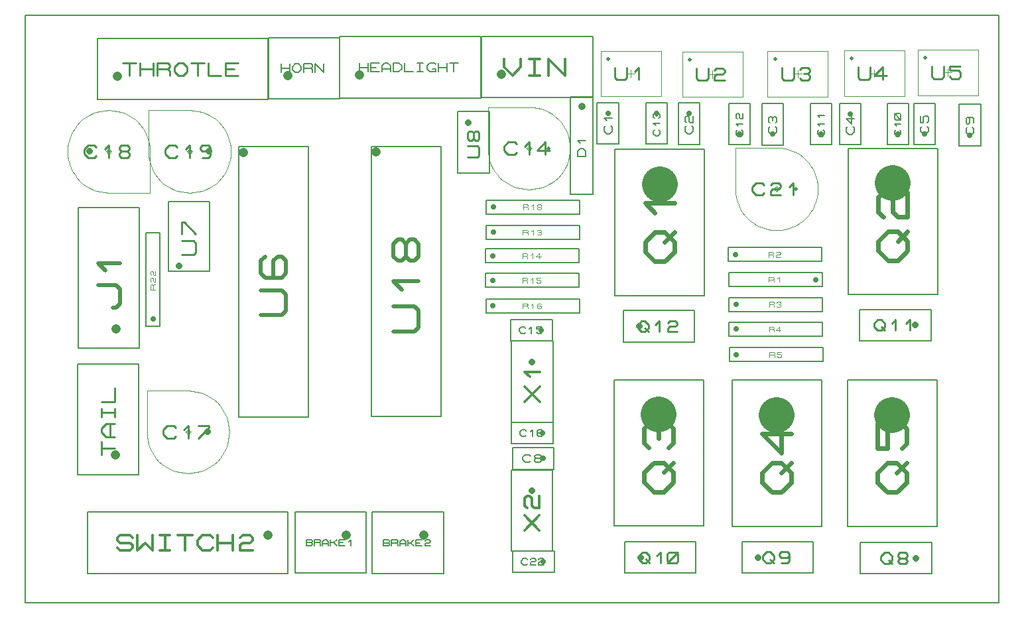
<source format=gbr>
G04 PROTEUS GERBER X2 FILE*
%TF.GenerationSoftware,Labcenter,Proteus,8.9-SP0-Build27865*%
%TF.CreationDate,2020-10-13T12:24:17+00:00*%
%TF.FileFunction,AssemblyDrawing,Top*%
%TF.FilePolarity,Positive*%
%TF.Part,Single*%
%TF.SameCoordinates,{eb038a7c-90c0-4424-89c4-d0a3f05e8ce7}*%
%FSLAX45Y45*%
%MOMM*%
G01*
%TA.AperFunction,Profile*%
%ADD23C,0.203200*%
%TA.AperFunction,Material*%
%ADD25C,0.203200*%
%ADD44C,1.219200*%
%ADD45C,0.272410*%
%ADD46C,0.179830*%
%ADD47C,0.181860*%
%ADD48C,0.320040*%
%ADD49C,0.129900*%
%ADD50C,0.283460*%
%ADD51C,0.050000*%
%ADD52C,0.548640*%
%ADD53C,0.258330*%
%ADD54C,4.572000*%
%ADD55C,0.622300*%
%ADD56C,0.512000*%
%ADD57C,0.263750*%
%ADD58C,0.711200*%
%ADD59C,0.164590*%
%ADD60C,0.812800*%
%ADD61C,0.227330*%
%ADD62C,0.240790*%
%ADD63C,0.106680*%
%ADD64C,0.132080*%
%ADD65C,1.143000*%
%ADD66C,0.533400*%
%ADD67C,0.316990*%
%ADD68C,0.296330*%
%ADD69C,0.354330*%
%ADD74C,0.914400*%
%ADD75C,0.172210*%
%ADD76C,0.469390*%
%TD.AperFunction*%
D23*
X-7503160Y+607060D02*
X+4927600Y+607060D01*
X+4927600Y+8105140D01*
X-7503160Y+8105140D01*
X-7503160Y+607060D01*
D25*
X-6581140Y+7025640D02*
X-4401820Y+7025640D01*
X-4401820Y+7807960D01*
X-6581140Y+7807960D01*
X-6581140Y+7025640D01*
D44*
X-6329680Y+7322820D02*
X-6329680Y+7322820D01*
D45*
X-6254242Y+7498525D02*
X-6090793Y+7498525D01*
X-6172518Y+7498525D02*
X-6172518Y+7335076D01*
X-6036310Y+7335076D02*
X-6036310Y+7498525D01*
X-5872861Y+7498525D02*
X-5872861Y+7335076D01*
X-6036310Y+7416800D02*
X-5872861Y+7416800D01*
X-5818378Y+7335076D02*
X-5818378Y+7498525D01*
X-5682171Y+7498525D01*
X-5654929Y+7471283D01*
X-5654929Y+7444042D01*
X-5682171Y+7416800D01*
X-5818378Y+7416800D01*
X-5682171Y+7416800D02*
X-5654929Y+7389559D01*
X-5654929Y+7335076D01*
X-5600446Y+7444042D02*
X-5545963Y+7498525D01*
X-5491480Y+7498525D01*
X-5436997Y+7444042D01*
X-5436997Y+7389559D01*
X-5491480Y+7335076D01*
X-5545963Y+7335076D01*
X-5600446Y+7389559D01*
X-5600446Y+7444042D01*
X-5382514Y+7498525D02*
X-5219065Y+7498525D01*
X-5300790Y+7498525D02*
X-5300790Y+7335076D01*
X-5164582Y+7498525D02*
X-5164582Y+7335076D01*
X-5001133Y+7335076D01*
X-4783201Y+7335076D02*
X-4946650Y+7335076D01*
X-4946650Y+7498525D01*
X-4783201Y+7498525D01*
X-4946650Y+7416800D02*
X-4837684Y+7416800D01*
D25*
X-3487420Y+7048500D02*
X-1689100Y+7048500D01*
X-1689100Y+7830820D01*
X-3487420Y+7830820D01*
X-3487420Y+7048500D01*
D44*
X-3235960Y+7345680D02*
X-3235960Y+7345680D01*
D46*
X-3235652Y+7385710D02*
X-3235652Y+7493609D01*
X-3127754Y+7493609D02*
X-3127754Y+7385710D01*
X-3235652Y+7439660D02*
X-3127754Y+7439660D01*
X-2983889Y+7385710D02*
X-3091787Y+7385710D01*
X-3091787Y+7493609D01*
X-2983889Y+7493609D01*
X-3091787Y+7439660D02*
X-3019855Y+7439660D01*
X-2947922Y+7385710D02*
X-2947922Y+7457643D01*
X-2911956Y+7493609D01*
X-2875990Y+7493609D01*
X-2840024Y+7457643D01*
X-2840024Y+7385710D01*
X-2947922Y+7421676D02*
X-2840024Y+7421676D01*
X-2804057Y+7385710D02*
X-2804057Y+7493609D01*
X-2732125Y+7493609D01*
X-2696159Y+7457643D01*
X-2696159Y+7421676D01*
X-2732125Y+7385710D01*
X-2804057Y+7385710D01*
X-2660192Y+7493609D02*
X-2660192Y+7385710D01*
X-2552294Y+7385710D01*
X-2498344Y+7493609D02*
X-2426412Y+7493609D01*
X-2462378Y+7493609D02*
X-2462378Y+7385710D01*
X-2498344Y+7385710D02*
X-2426412Y+7385710D01*
X-2300530Y+7421676D02*
X-2264564Y+7421676D01*
X-2264564Y+7385710D01*
X-2336496Y+7385710D01*
X-2372462Y+7421676D01*
X-2372462Y+7457643D01*
X-2336496Y+7493609D01*
X-2282547Y+7493609D01*
X-2264564Y+7475626D01*
X-2228597Y+7385710D02*
X-2228597Y+7493609D01*
X-2120699Y+7493609D02*
X-2120699Y+7385710D01*
X-2228597Y+7439660D02*
X-2120699Y+7439660D01*
X-2084732Y+7493609D02*
X-1976834Y+7493609D01*
X-2030783Y+7493609D02*
X-2030783Y+7385710D01*
D25*
X-4399280Y+7038340D02*
X-3489960Y+7038340D01*
X-3489960Y+7820660D01*
X-4399280Y+7820660D01*
X-4399280Y+7038340D01*
D44*
X-4147820Y+7335520D02*
X-4147820Y+7335520D01*
D47*
X-4235602Y+7374940D02*
X-4235602Y+7484059D01*
X-4126484Y+7484059D02*
X-4126484Y+7374940D01*
X-4235602Y+7429500D02*
X-4126484Y+7429500D01*
X-4090111Y+7447686D02*
X-4053739Y+7484059D01*
X-4017366Y+7484059D01*
X-3980993Y+7447686D01*
X-3980993Y+7411313D01*
X-4017366Y+7374940D01*
X-4053739Y+7374940D01*
X-4090111Y+7411313D01*
X-4090111Y+7447686D01*
X-3944620Y+7374940D02*
X-3944620Y+7484059D01*
X-3853689Y+7484059D01*
X-3835502Y+7465872D01*
X-3835502Y+7447686D01*
X-3853689Y+7429500D01*
X-3944620Y+7429500D01*
X-3853689Y+7429500D02*
X-3835502Y+7411313D01*
X-3835502Y+7374940D01*
X-3799129Y+7374940D02*
X-3799129Y+7484059D01*
X-3690011Y+7374940D01*
X-3690011Y+7484059D01*
D25*
X-6710680Y+977900D02*
X-4150360Y+977900D01*
X-4150360Y+1760220D01*
X-6710680Y+1760220D01*
X-6710680Y+977900D01*
D44*
X-4401820Y+1463040D02*
X-4401820Y+1463040D01*
D48*
X-6326632Y+1305052D02*
X-6294628Y+1273048D01*
X-6166612Y+1273048D01*
X-6134608Y+1305052D01*
X-6134608Y+1337056D01*
X-6166612Y+1369060D01*
X-6294628Y+1369060D01*
X-6326632Y+1401064D01*
X-6326632Y+1433068D01*
X-6294628Y+1465072D01*
X-6166612Y+1465072D01*
X-6134608Y+1433068D01*
X-6070600Y+1465072D02*
X-6070600Y+1273048D01*
X-5974588Y+1369060D01*
X-5878576Y+1273048D01*
X-5878576Y+1465072D01*
X-5782564Y+1465072D02*
X-5654548Y+1465072D01*
X-5718556Y+1465072D02*
X-5718556Y+1273048D01*
X-5782564Y+1273048D02*
X-5654548Y+1273048D01*
X-5558536Y+1465072D02*
X-5366512Y+1465072D01*
X-5462524Y+1465072D02*
X-5462524Y+1273048D01*
X-5110480Y+1305052D02*
X-5142484Y+1273048D01*
X-5238496Y+1273048D01*
X-5302504Y+1337056D01*
X-5302504Y+1401064D01*
X-5238496Y+1465072D01*
X-5142484Y+1465072D01*
X-5110480Y+1433068D01*
X-5046472Y+1273048D02*
X-5046472Y+1465072D01*
X-4854448Y+1465072D02*
X-4854448Y+1273048D01*
X-5046472Y+1369060D02*
X-4854448Y+1369060D01*
X-4758436Y+1433068D02*
X-4726432Y+1465072D01*
X-4630420Y+1465072D01*
X-4598416Y+1433068D01*
X-4598416Y+1401064D01*
X-4630420Y+1369060D01*
X-4726432Y+1369060D01*
X-4758436Y+1337056D01*
X-4758436Y+1273048D01*
X-4598416Y+1273048D01*
D25*
X-4058920Y+980440D02*
X-3149600Y+980440D01*
X-3149600Y+1762760D01*
X-4058920Y+1762760D01*
X-4058920Y+980440D01*
D44*
X-3401060Y+1465580D02*
X-3401060Y+1465580D01*
D49*
X-3916023Y+1332629D02*
X-3916023Y+1410570D01*
X-3851073Y+1410570D01*
X-3838083Y+1397580D01*
X-3838083Y+1384590D01*
X-3851073Y+1371600D01*
X-3838083Y+1358609D01*
X-3838083Y+1345619D01*
X-3851073Y+1332629D01*
X-3916023Y+1332629D01*
X-3916023Y+1371600D02*
X-3851073Y+1371600D01*
X-3812102Y+1332629D02*
X-3812102Y+1410570D01*
X-3747152Y+1410570D01*
X-3734162Y+1397580D01*
X-3734162Y+1384590D01*
X-3747152Y+1371600D01*
X-3812102Y+1371600D01*
X-3747152Y+1371600D02*
X-3734162Y+1358609D01*
X-3734162Y+1332629D01*
X-3708181Y+1332629D02*
X-3708181Y+1384590D01*
X-3682201Y+1410570D01*
X-3656221Y+1410570D01*
X-3630241Y+1384590D01*
X-3630241Y+1332629D01*
X-3708181Y+1358609D02*
X-3630241Y+1358609D01*
X-3604260Y+1410570D02*
X-3604260Y+1332629D01*
X-3526320Y+1410570D02*
X-3565290Y+1371600D01*
X-3526320Y+1332629D01*
X-3604260Y+1371600D02*
X-3565290Y+1371600D01*
X-3422399Y+1332629D02*
X-3500339Y+1332629D01*
X-3500339Y+1410570D01*
X-3422399Y+1410570D01*
X-3500339Y+1371600D02*
X-3448379Y+1371600D01*
X-3370438Y+1384590D02*
X-3344458Y+1410570D01*
X-3344458Y+1332629D01*
D25*
X-3073400Y+977900D02*
X-2164080Y+977900D01*
X-2164080Y+1760220D01*
X-3073400Y+1760220D01*
X-3073400Y+977900D01*
D44*
X-2415540Y+1463040D02*
X-2415540Y+1463040D01*
D49*
X-2930503Y+1330089D02*
X-2930503Y+1408030D01*
X-2865553Y+1408030D01*
X-2852563Y+1395040D01*
X-2852563Y+1382050D01*
X-2865553Y+1369060D01*
X-2852563Y+1356069D01*
X-2852563Y+1343079D01*
X-2865553Y+1330089D01*
X-2930503Y+1330089D01*
X-2930503Y+1369060D02*
X-2865553Y+1369060D01*
X-2826582Y+1330089D02*
X-2826582Y+1408030D01*
X-2761632Y+1408030D01*
X-2748642Y+1395040D01*
X-2748642Y+1382050D01*
X-2761632Y+1369060D01*
X-2826582Y+1369060D01*
X-2761632Y+1369060D02*
X-2748642Y+1356069D01*
X-2748642Y+1330089D01*
X-2722661Y+1330089D02*
X-2722661Y+1382050D01*
X-2696681Y+1408030D01*
X-2670701Y+1408030D01*
X-2644721Y+1382050D01*
X-2644721Y+1330089D01*
X-2722661Y+1356069D02*
X-2644721Y+1356069D01*
X-2618740Y+1408030D02*
X-2618740Y+1330089D01*
X-2540800Y+1408030D02*
X-2579770Y+1369060D01*
X-2540800Y+1330089D01*
X-2618740Y+1369060D02*
X-2579770Y+1369060D01*
X-2436879Y+1330089D02*
X-2514819Y+1330089D01*
X-2514819Y+1408030D01*
X-2436879Y+1408030D01*
X-2514819Y+1369060D02*
X-2462859Y+1369060D01*
X-2397908Y+1395040D02*
X-2384918Y+1408030D01*
X-2345948Y+1408030D01*
X-2332958Y+1395040D01*
X-2332958Y+1382050D01*
X-2345948Y+1369060D01*
X-2384918Y+1369060D01*
X-2397908Y+1356069D01*
X-2397908Y+1330089D01*
X-2332958Y+1330089D01*
D25*
X-6835140Y+2237740D02*
X-6052820Y+2237740D01*
X-6052820Y+3655060D01*
X-6835140Y+3655060D01*
X-6835140Y+2237740D01*
D44*
X-6350000Y+2489200D02*
X-6350000Y+2489200D01*
D50*
X-6529019Y+2492858D02*
X-6529019Y+2662936D01*
X-6529019Y+2577897D02*
X-6358940Y+2577897D01*
X-6358940Y+2719629D02*
X-6472326Y+2719629D01*
X-6529019Y+2776321D01*
X-6529019Y+2833014D01*
X-6472326Y+2889707D01*
X-6358940Y+2889707D01*
X-6415633Y+2719629D02*
X-6415633Y+2889707D01*
X-6529019Y+2974746D02*
X-6529019Y+3088131D01*
X-6529019Y+3031439D02*
X-6358940Y+3031439D01*
X-6358940Y+2974746D02*
X-6358940Y+3088131D01*
X-6529019Y+3173171D02*
X-6358940Y+3173171D01*
X-6358940Y+3343249D01*
D51*
X-155960Y+7068380D02*
X+614040Y+7068380D01*
X+614040Y+7648380D01*
X-155960Y+7648380D01*
X-155960Y+7068380D01*
X+229040Y+7408380D02*
X+229040Y+7308380D01*
X+279040Y+7358380D02*
X+179040Y+7358380D01*
D52*
X-60960Y+7548880D02*
X-60960Y+7548880D01*
D53*
X+22374Y+7435880D02*
X+22374Y+7306713D01*
X+48207Y+7280880D01*
X+151540Y+7280880D01*
X+177373Y+7306713D01*
X+177373Y+7435880D01*
X+280706Y+7384213D02*
X+332373Y+7435880D01*
X+332373Y+7280880D01*
D51*
X+885440Y+7060760D02*
X+1655440Y+7060760D01*
X+1655440Y+7640760D01*
X+885440Y+7640760D01*
X+885440Y+7060760D01*
X+1270440Y+7400760D02*
X+1270440Y+7300760D01*
X+1320440Y+7350760D02*
X+1220440Y+7350760D01*
D52*
X+980440Y+7541260D02*
X+980440Y+7541260D01*
D53*
X+1063774Y+7428260D02*
X+1063774Y+7299093D01*
X+1089607Y+7273260D01*
X+1192940Y+7273260D01*
X+1218773Y+7299093D01*
X+1218773Y+7428260D01*
X+1296273Y+7402427D02*
X+1322106Y+7428260D01*
X+1399606Y+7428260D01*
X+1425439Y+7402427D01*
X+1425439Y+7376593D01*
X+1399606Y+7350760D01*
X+1322106Y+7350760D01*
X+1296273Y+7324927D01*
X+1296273Y+7273260D01*
X+1425439Y+7273260D01*
D51*
X+1975100Y+7065840D02*
X+2745100Y+7065840D01*
X+2745100Y+7645840D01*
X+1975100Y+7645840D01*
X+1975100Y+7065840D01*
X+2360100Y+7405840D02*
X+2360100Y+7305840D01*
X+2410100Y+7355840D02*
X+2310100Y+7355840D01*
D52*
X+2070100Y+7546340D02*
X+2070100Y+7546340D01*
D53*
X+2153434Y+7433340D02*
X+2153434Y+7304173D01*
X+2179267Y+7278340D01*
X+2282600Y+7278340D01*
X+2308433Y+7304173D01*
X+2308433Y+7433340D01*
X+2385933Y+7407507D02*
X+2411766Y+7433340D01*
X+2489266Y+7433340D01*
X+2515099Y+7407507D01*
X+2515099Y+7381673D01*
X+2489266Y+7355840D01*
X+2515099Y+7330007D01*
X+2515099Y+7304173D01*
X+2489266Y+7278340D01*
X+2411766Y+7278340D01*
X+2385933Y+7304173D01*
X+2437599Y+7355840D02*
X+2489266Y+7355840D01*
D51*
X+2953000Y+7073460D02*
X+3723000Y+7073460D01*
X+3723000Y+7653460D01*
X+2953000Y+7653460D01*
X+2953000Y+7073460D01*
X+3338000Y+7413460D02*
X+3338000Y+7313460D01*
X+3388000Y+7363460D02*
X+3288000Y+7363460D01*
D52*
X+3048000Y+7553960D02*
X+3048000Y+7553960D01*
D53*
X+3131334Y+7440960D02*
X+3131334Y+7311793D01*
X+3157167Y+7285960D01*
X+3260500Y+7285960D01*
X+3286333Y+7311793D01*
X+3286333Y+7440960D01*
X+3492999Y+7337627D02*
X+3338000Y+7337627D01*
X+3441333Y+7440960D01*
X+3441333Y+7285960D01*
D51*
X+3891920Y+7083620D02*
X+4661920Y+7083620D01*
X+4661920Y+7663620D01*
X+3891920Y+7663620D01*
X+3891920Y+7083620D01*
X+4276920Y+7423620D02*
X+4276920Y+7323620D01*
X+4326920Y+7373620D02*
X+4226920Y+7373620D01*
D52*
X+3986920Y+7564120D02*
X+3986920Y+7564120D01*
D53*
X+4070254Y+7451120D02*
X+4070254Y+7321953D01*
X+4096087Y+7296120D01*
X+4199420Y+7296120D01*
X+4225253Y+7321953D01*
X+4225253Y+7451120D01*
X+4431919Y+7451120D02*
X+4302753Y+7451120D01*
X+4302753Y+7399453D01*
X+4406086Y+7399453D01*
X+4431919Y+7373620D01*
X+4431919Y+7321953D01*
X+4406086Y+7296120D01*
X+4328586Y+7296120D01*
X+4302753Y+7321953D01*
D25*
X+25400Y+4526280D02*
X+1168400Y+4526280D01*
X+1168400Y+6393180D01*
X+25400Y+6393180D01*
X+25400Y+4526280D01*
D54*
X+596900Y+5948680D02*
X+596900Y+5948680D01*
D55*
X+534670Y+4961890D02*
X+410210Y+5086350D01*
X+410210Y+5210810D01*
X+534670Y+5335270D01*
X+659130Y+5335270D01*
X+783590Y+5210810D01*
X+783590Y+5086350D01*
X+659130Y+4961890D01*
X+534670Y+4961890D01*
X+659130Y+5210810D02*
X+783590Y+5335270D01*
X+534670Y+5584190D02*
X+410210Y+5708650D01*
X+783590Y+5708650D01*
D25*
X+3002280Y+4536440D02*
X+4145280Y+4536440D01*
X+4145280Y+6403340D01*
X+3002280Y+6403340D01*
X+3002280Y+4536440D01*
D54*
X+3573780Y+5958840D02*
X+3573780Y+5958840D01*
D55*
X+3511550Y+4972050D02*
X+3387090Y+5096510D01*
X+3387090Y+5220970D01*
X+3511550Y+5345430D01*
X+3636010Y+5345430D01*
X+3760470Y+5220970D01*
X+3760470Y+5096510D01*
X+3636010Y+4972050D01*
X+3511550Y+4972050D01*
X+3636010Y+5220970D02*
X+3760470Y+5345430D01*
X+3449320Y+5532120D02*
X+3387090Y+5594350D01*
X+3387090Y+5781040D01*
X+3449320Y+5843270D01*
X+3511550Y+5843270D01*
X+3573780Y+5781040D01*
X+3573780Y+5594350D01*
X+3636010Y+5532120D01*
X+3760470Y+5532120D01*
X+3760470Y+5843270D01*
D25*
X+12700Y+1584960D02*
X+1155700Y+1584960D01*
X+1155700Y+3451860D01*
X+12700Y+3451860D01*
X+12700Y+1584960D01*
D54*
X+584200Y+3007360D02*
X+584200Y+3007360D01*
D55*
X+521970Y+2020570D02*
X+397510Y+2145030D01*
X+397510Y+2269490D01*
X+521970Y+2393950D01*
X+646430Y+2393950D01*
X+770890Y+2269490D01*
X+770890Y+2145030D01*
X+646430Y+2020570D01*
X+521970Y+2020570D01*
X+646430Y+2269490D02*
X+770890Y+2393950D01*
X+459740Y+2580640D02*
X+397510Y+2642870D01*
X+397510Y+2829560D01*
X+459740Y+2891790D01*
X+521970Y+2891790D01*
X+584200Y+2829560D01*
X+646430Y+2891790D01*
X+708660Y+2891790D01*
X+770890Y+2829560D01*
X+770890Y+2642870D01*
X+708660Y+2580640D01*
X+584200Y+2705100D02*
X+584200Y+2829560D01*
D25*
X+1518920Y+1579880D02*
X+2661920Y+1579880D01*
X+2661920Y+3446780D01*
X+1518920Y+3446780D01*
X+1518920Y+1579880D01*
D54*
X+2090420Y+3002280D02*
X+2090420Y+3002280D01*
D55*
X+2028190Y+2015490D02*
X+1903730Y+2139950D01*
X+1903730Y+2264410D01*
X+2028190Y+2388870D01*
X+2152650Y+2388870D01*
X+2277110Y+2264410D01*
X+2277110Y+2139950D01*
X+2152650Y+2015490D01*
X+2028190Y+2015490D01*
X+2152650Y+2264410D02*
X+2277110Y+2388870D01*
X+2152650Y+2886710D02*
X+2152650Y+2513330D01*
X+1903730Y+2762250D01*
X+2277110Y+2762250D01*
D25*
X+2992120Y+1579880D02*
X+4135120Y+1579880D01*
X+4135120Y+3446780D01*
X+2992120Y+3446780D01*
X+2992120Y+1579880D01*
D54*
X+3563620Y+3002280D02*
X+3563620Y+3002280D01*
D55*
X+3501390Y+2015490D02*
X+3376930Y+2139950D01*
X+3376930Y+2264410D01*
X+3501390Y+2388870D01*
X+3625850Y+2388870D01*
X+3750310Y+2264410D01*
X+3750310Y+2139950D01*
X+3625850Y+2015490D01*
X+3501390Y+2015490D01*
X+3625850Y+2264410D02*
X+3750310Y+2388870D01*
X+3376930Y+2886710D02*
X+3376930Y+2575560D01*
X+3501390Y+2575560D01*
X+3501390Y+2824480D01*
X+3563620Y+2886710D01*
X+3688080Y+2886710D01*
X+3750310Y+2824480D01*
X+3750310Y+2637790D01*
X+3688080Y+2575560D01*
D51*
X+2113960Y+5887720D02*
X+2113874Y+5889796D01*
X+2113172Y+5893949D01*
X+2111702Y+5898102D01*
X+2109300Y+5902255D01*
X+2105627Y+5906354D01*
X+2101474Y+5909363D01*
X+2097321Y+5911280D01*
X+2093168Y+5912363D01*
X+2089015Y+5912720D01*
X+2088960Y+5912720D01*
X+2063960Y+5887720D02*
X+2064046Y+5889796D01*
X+2064748Y+5893949D01*
X+2066218Y+5898102D01*
X+2068620Y+5902255D01*
X+2072293Y+5906354D01*
X+2076446Y+5909363D01*
X+2080599Y+5911280D01*
X+2084752Y+5912363D01*
X+2088905Y+5912720D01*
X+2088960Y+5912720D01*
X+2063960Y+5887720D02*
X+2064046Y+5885644D01*
X+2064748Y+5881491D01*
X+2066218Y+5877338D01*
X+2068620Y+5873185D01*
X+2072293Y+5869086D01*
X+2076446Y+5866077D01*
X+2080599Y+5864160D01*
X+2084752Y+5863077D01*
X+2088905Y+5862720D01*
X+2088960Y+5862720D01*
X+2113960Y+5887720D02*
X+2113874Y+5885644D01*
X+2113172Y+5881491D01*
X+2111702Y+5877338D01*
X+2109300Y+5873185D01*
X+2105627Y+5869086D01*
X+2101474Y+5866077D01*
X+2097321Y+5864160D01*
X+2093168Y+5863077D01*
X+2089015Y+5862720D01*
X+2088960Y+5862720D01*
X+2123960Y+5887720D02*
X+2053960Y+5887720D01*
X+2088960Y+5922720D02*
X+2088960Y+5852720D01*
X+1563960Y+6412720D02*
X+1563960Y+5887720D01*
X+1566612Y+5833158D01*
X+1574406Y+5780375D01*
X+1587103Y+5729610D01*
X+1604463Y+5681104D01*
X+1626245Y+5635098D01*
X+1652208Y+5591831D01*
X+1682112Y+5551544D01*
X+1715718Y+5514478D01*
X+1752784Y+5480872D01*
X+1793071Y+5450968D01*
X+1836338Y+5425005D01*
X+1882344Y+5403223D01*
X+1930850Y+5385863D01*
X+1981615Y+5373166D01*
X+2034398Y+5365372D01*
X+2088960Y+5362720D01*
X+2143522Y+5365372D01*
X+2196305Y+5373166D01*
X+2247070Y+5385863D01*
X+2295576Y+5403223D01*
X+2341582Y+5425005D01*
X+2384849Y+5450968D01*
X+2425136Y+5480872D01*
X+2462202Y+5514478D01*
X+2495808Y+5551544D01*
X+2525712Y+5591831D01*
X+2551675Y+5635098D01*
X+2573457Y+5681104D01*
X+2590817Y+5729610D01*
X+2603514Y+5780375D01*
X+2611308Y+5833158D01*
X+2613960Y+5887720D01*
X+2611308Y+5942282D01*
X+2603514Y+5995065D01*
X+2590817Y+6045830D01*
X+2573457Y+6094336D01*
X+2551675Y+6140342D01*
X+2525712Y+6183609D01*
X+2495808Y+6223896D01*
X+2462202Y+6260962D01*
X+2425136Y+6294568D01*
X+2384849Y+6324472D01*
X+2341582Y+6350435D01*
X+2295576Y+6372217D01*
X+2247070Y+6389577D01*
X+2196305Y+6402274D01*
X+2143522Y+6410068D01*
X+2088960Y+6412720D01*
X+1563960Y+6412720D01*
D56*
X+2338960Y+5887720D02*
X+2338960Y+5887720D01*
D57*
X+1930710Y+5834970D02*
X+1904335Y+5808595D01*
X+1825210Y+5808595D01*
X+1772460Y+5861345D01*
X+1772460Y+5914095D01*
X+1825210Y+5966845D01*
X+1904335Y+5966845D01*
X+1930710Y+5940470D01*
X+2009835Y+5940470D02*
X+2036210Y+5966845D01*
X+2115335Y+5966845D01*
X+2141710Y+5940470D01*
X+2141710Y+5914095D01*
X+2115335Y+5887720D01*
X+2036210Y+5887720D01*
X+2009835Y+5861345D01*
X+2009835Y+5808595D01*
X+2141710Y+5808595D01*
X+2247210Y+5914095D02*
X+2299960Y+5966845D01*
X+2299960Y+5808595D01*
D25*
X-200660Y+6459220D02*
X+73660Y+6459220D01*
X+73660Y+6987540D01*
X-200660Y+6987540D01*
X-200660Y+6459220D01*
D58*
X-63500Y+6850380D02*
X-63500Y+6850380D01*
D59*
X-30581Y+6690461D02*
X-14122Y+6674002D01*
X-14122Y+6624625D01*
X-47040Y+6591707D01*
X-79959Y+6591707D01*
X-112877Y+6624625D01*
X-112877Y+6674002D01*
X-96418Y+6690461D01*
X-79959Y+6756298D02*
X-112877Y+6789216D01*
X-14122Y+6789216D01*
D25*
X+835660Y+6456680D02*
X+1109980Y+6456680D01*
X+1109980Y+6985000D01*
X+835660Y+6985000D01*
X+835660Y+6456680D01*
D58*
X+972820Y+6847840D02*
X+972820Y+6847840D01*
D59*
X+1005739Y+6687921D02*
X+1022198Y+6671462D01*
X+1022198Y+6622085D01*
X+989280Y+6589167D01*
X+956361Y+6589167D01*
X+923443Y+6622085D01*
X+923443Y+6671462D01*
X+939902Y+6687921D01*
X+939902Y+6737299D02*
X+923443Y+6753758D01*
X+923443Y+6803135D01*
X+939902Y+6819594D01*
X+956361Y+6819594D01*
X+972820Y+6803135D01*
X+972820Y+6753758D01*
X+989280Y+6737299D01*
X+1022198Y+6737299D01*
X+1022198Y+6819594D01*
D25*
X+1899920Y+6449060D02*
X+2174240Y+6449060D01*
X+2174240Y+6977380D01*
X+1899920Y+6977380D01*
X+1899920Y+6449060D01*
D58*
X+2037080Y+6586220D02*
X+2037080Y+6586220D01*
D59*
X+2069999Y+6680301D02*
X+2086458Y+6663842D01*
X+2086458Y+6614465D01*
X+2053540Y+6581547D01*
X+2020621Y+6581547D01*
X+1987703Y+6614465D01*
X+1987703Y+6663842D01*
X+2004162Y+6680301D01*
X+2004162Y+6729679D02*
X+1987703Y+6746138D01*
X+1987703Y+6795515D01*
X+2004162Y+6811974D01*
X+2020621Y+6811974D01*
X+2037080Y+6795515D01*
X+2053540Y+6811974D01*
X+2069999Y+6811974D01*
X+2086458Y+6795515D01*
X+2086458Y+6746138D01*
X+2069999Y+6729679D01*
X+2037080Y+6762597D02*
X+2037080Y+6795515D01*
D25*
X+2890520Y+6451600D02*
X+3164840Y+6451600D01*
X+3164840Y+6979920D01*
X+2890520Y+6979920D01*
X+2890520Y+6451600D01*
D58*
X+3027680Y+6842760D02*
X+3027680Y+6842760D01*
D59*
X+3060599Y+6682841D02*
X+3077058Y+6666382D01*
X+3077058Y+6617005D01*
X+3044140Y+6584087D01*
X+3011221Y+6584087D01*
X+2978303Y+6617005D01*
X+2978303Y+6666382D01*
X+2994762Y+6682841D01*
X+3044140Y+6814514D02*
X+3044140Y+6715760D01*
X+2978303Y+6781596D01*
X+3077058Y+6781596D01*
D25*
X+3840480Y+6454140D02*
X+4114800Y+6454140D01*
X+4114800Y+6982460D01*
X+3840480Y+6982460D01*
X+3840480Y+6454140D01*
D58*
X+3977640Y+6591300D02*
X+3977640Y+6591300D01*
D59*
X+4010559Y+6685381D02*
X+4027018Y+6668922D01*
X+4027018Y+6619545D01*
X+3994100Y+6586627D01*
X+3961181Y+6586627D01*
X+3928263Y+6619545D01*
X+3928263Y+6668922D01*
X+3944722Y+6685381D01*
X+3928263Y+6817054D02*
X+3928263Y+6734759D01*
X+3961181Y+6734759D01*
X+3961181Y+6800595D01*
X+3977640Y+6817054D01*
X+4010559Y+6817054D01*
X+4027018Y+6800595D01*
X+4027018Y+6751218D01*
X+4010559Y+6734759D01*
D25*
X+134620Y+3931920D02*
X+1043940Y+3931920D01*
X+1043940Y+4333240D01*
X+134620Y+4333240D01*
X+134620Y+3931920D01*
D60*
X+335280Y+4132580D02*
X+335280Y+4132580D01*
D61*
X+316484Y+4155313D02*
X+361950Y+4200779D01*
X+407416Y+4200779D01*
X+452882Y+4155313D01*
X+452882Y+4109847D01*
X+407416Y+4064381D01*
X+361950Y+4064381D01*
X+316484Y+4109847D01*
X+316484Y+4155313D01*
X+407416Y+4109847D02*
X+452882Y+4064381D01*
X+543814Y+4155313D02*
X+589280Y+4200779D01*
X+589280Y+4064381D01*
X+702945Y+4178046D02*
X+725678Y+4200779D01*
X+793877Y+4200779D01*
X+816610Y+4178046D01*
X+816610Y+4155313D01*
X+793877Y+4132580D01*
X+725678Y+4132580D01*
X+702945Y+4109847D01*
X+702945Y+4064381D01*
X+816610Y+4064381D01*
D25*
X+3152140Y+3947160D02*
X+4061460Y+3947160D01*
X+4061460Y+4348480D01*
X+3152140Y+4348480D01*
X+3152140Y+3947160D01*
D60*
X+3860800Y+4147820D02*
X+3860800Y+4147820D01*
D61*
X+3334004Y+4170553D02*
X+3379470Y+4216019D01*
X+3424936Y+4216019D01*
X+3470402Y+4170553D01*
X+3470402Y+4125087D01*
X+3424936Y+4079621D01*
X+3379470Y+4079621D01*
X+3334004Y+4125087D01*
X+3334004Y+4170553D01*
X+3424936Y+4125087D02*
X+3470402Y+4079621D01*
X+3561334Y+4170553D02*
X+3606800Y+4216019D01*
X+3606800Y+4079621D01*
X+3743198Y+4170553D02*
X+3788664Y+4216019D01*
X+3788664Y+4079621D01*
D25*
X+149860Y+980440D02*
X+1059180Y+980440D01*
X+1059180Y+1381760D01*
X+149860Y+1381760D01*
X+149860Y+980440D01*
D60*
X+350520Y+1181100D02*
X+350520Y+1181100D01*
D61*
X+331724Y+1203833D02*
X+377190Y+1249299D01*
X+422656Y+1249299D01*
X+468122Y+1203833D01*
X+468122Y+1158367D01*
X+422656Y+1112901D01*
X+377190Y+1112901D01*
X+331724Y+1158367D01*
X+331724Y+1203833D01*
X+422656Y+1158367D02*
X+468122Y+1112901D01*
X+559054Y+1203833D02*
X+604520Y+1249299D01*
X+604520Y+1112901D01*
X+695452Y+1135634D02*
X+695452Y+1226566D01*
X+718185Y+1249299D01*
X+809117Y+1249299D01*
X+831850Y+1226566D01*
X+831850Y+1135634D01*
X+809117Y+1112901D01*
X+718185Y+1112901D01*
X+695452Y+1135634D01*
X+695452Y+1112901D02*
X+831850Y+1249299D01*
D25*
X+1648460Y+980440D02*
X+2557780Y+980440D01*
X+2557780Y+1381760D01*
X+1648460Y+1381760D01*
X+1648460Y+980440D01*
D60*
X+1849120Y+1181100D02*
X+1849120Y+1181100D01*
D62*
X+1910487Y+1205179D02*
X+1958645Y+1253337D01*
X+2006803Y+1253337D01*
X+2054961Y+1205179D01*
X+2054961Y+1157020D01*
X+2006803Y+1108862D01*
X+1958645Y+1108862D01*
X+1910487Y+1157020D01*
X+1910487Y+1205179D01*
X+2006803Y+1157020D02*
X+2054961Y+1108862D01*
X+2247594Y+1205179D02*
X+2223515Y+1181100D01*
X+2151278Y+1181100D01*
X+2127199Y+1205179D01*
X+2127199Y+1229258D01*
X+2151278Y+1253337D01*
X+2223515Y+1253337D01*
X+2247594Y+1229258D01*
X+2247594Y+1132941D01*
X+2223515Y+1108862D01*
X+2151278Y+1108862D01*
D25*
X+3159760Y+972820D02*
X+4069080Y+972820D01*
X+4069080Y+1374140D01*
X+3159760Y+1374140D01*
X+3159760Y+972820D01*
D60*
X+3868420Y+1173480D02*
X+3868420Y+1173480D01*
D62*
X+3421787Y+1197559D02*
X+3469945Y+1245717D01*
X+3518103Y+1245717D01*
X+3566261Y+1197559D01*
X+3566261Y+1149400D01*
X+3518103Y+1101242D01*
X+3469945Y+1101242D01*
X+3421787Y+1149400D01*
X+3421787Y+1197559D01*
X+3518103Y+1149400D02*
X+3566261Y+1101242D01*
X+3662578Y+1173480D02*
X+3638499Y+1197559D01*
X+3638499Y+1221638D01*
X+3662578Y+1245717D01*
X+3734815Y+1245717D01*
X+3758894Y+1221638D01*
X+3758894Y+1197559D01*
X+3734815Y+1173480D01*
X+3662578Y+1173480D01*
X+3638499Y+1149400D01*
X+3638499Y+1125321D01*
X+3662578Y+1101242D01*
X+3734815Y+1101242D01*
X+3758894Y+1125321D01*
X+3758894Y+1149400D01*
X+3734815Y+1173480D01*
D25*
X-1615440Y+5567680D02*
X-421640Y+5567680D01*
X-421640Y+5745480D01*
X-1615440Y+5745480D01*
X-1615440Y+5567680D01*
D58*
X-1526540Y+5656580D02*
X-1526540Y+5656580D01*
D63*
X-1146556Y+5624576D02*
X-1146556Y+5688584D01*
X-1093216Y+5688584D01*
X-1082548Y+5677916D01*
X-1082548Y+5667248D01*
X-1093216Y+5656580D01*
X-1146556Y+5656580D01*
X-1093216Y+5656580D02*
X-1082548Y+5645912D01*
X-1082548Y+5624576D01*
X-1039876Y+5667248D02*
X-1018540Y+5688584D01*
X-1018540Y+5624576D01*
X-954532Y+5656580D02*
X-965200Y+5667248D01*
X-965200Y+5677916D01*
X-954532Y+5688584D01*
X-922528Y+5688584D01*
X-911860Y+5677916D01*
X-911860Y+5667248D01*
X-922528Y+5656580D01*
X-954532Y+5656580D01*
X-965200Y+5645912D01*
X-965200Y+5635244D01*
X-954532Y+5624576D01*
X-922528Y+5624576D01*
X-911860Y+5635244D01*
X-911860Y+5645912D01*
X-922528Y+5656580D01*
D25*
X-1617980Y+5245100D02*
X-424180Y+5245100D01*
X-424180Y+5422900D01*
X-1617980Y+5422900D01*
X-1617980Y+5245100D01*
D58*
X-1529080Y+5334000D02*
X-1529080Y+5334000D01*
D63*
X-1149096Y+5301996D02*
X-1149096Y+5366004D01*
X-1095756Y+5366004D01*
X-1085088Y+5355336D01*
X-1085088Y+5344668D01*
X-1095756Y+5334000D01*
X-1149096Y+5334000D01*
X-1095756Y+5334000D02*
X-1085088Y+5323332D01*
X-1085088Y+5301996D01*
X-1042416Y+5344668D02*
X-1021080Y+5366004D01*
X-1021080Y+5301996D01*
X-967740Y+5355336D02*
X-957072Y+5366004D01*
X-925068Y+5366004D01*
X-914400Y+5355336D01*
X-914400Y+5344668D01*
X-925068Y+5334000D01*
X-914400Y+5323332D01*
X-914400Y+5312664D01*
X-925068Y+5301996D01*
X-957072Y+5301996D01*
X-967740Y+5312664D01*
X-946404Y+5334000D02*
X-925068Y+5334000D01*
D25*
X-1623060Y+4942840D02*
X-429260Y+4942840D01*
X-429260Y+5120640D01*
X-1623060Y+5120640D01*
X-1623060Y+4942840D01*
D58*
X-1534160Y+5031740D02*
X-1534160Y+5031740D01*
D63*
X-1154176Y+4999736D02*
X-1154176Y+5063744D01*
X-1100836Y+5063744D01*
X-1090168Y+5053076D01*
X-1090168Y+5042408D01*
X-1100836Y+5031740D01*
X-1154176Y+5031740D01*
X-1100836Y+5031740D02*
X-1090168Y+5021072D01*
X-1090168Y+4999736D01*
X-1047496Y+5042408D02*
X-1026160Y+5063744D01*
X-1026160Y+4999736D01*
X-919480Y+5021072D02*
X-983488Y+5021072D01*
X-940816Y+5063744D01*
X-940816Y+4999736D01*
D25*
X-1625600Y+4630420D02*
X-431800Y+4630420D01*
X-431800Y+4808220D01*
X-1625600Y+4808220D01*
X-1625600Y+4630420D01*
D58*
X-1536700Y+4719320D02*
X-1536700Y+4719320D01*
D63*
X-1156716Y+4687316D02*
X-1156716Y+4751324D01*
X-1103376Y+4751324D01*
X-1092708Y+4740656D01*
X-1092708Y+4729988D01*
X-1103376Y+4719320D01*
X-1156716Y+4719320D01*
X-1103376Y+4719320D02*
X-1092708Y+4708652D01*
X-1092708Y+4687316D01*
X-1050036Y+4729988D02*
X-1028700Y+4751324D01*
X-1028700Y+4687316D01*
X-922020Y+4751324D02*
X-975360Y+4751324D01*
X-975360Y+4729988D01*
X-932688Y+4729988D01*
X-922020Y+4719320D01*
X-922020Y+4697984D01*
X-932688Y+4687316D01*
X-964692Y+4687316D01*
X-975360Y+4697984D01*
D25*
X-1620520Y+4305300D02*
X-426720Y+4305300D01*
X-426720Y+4483100D01*
X-1620520Y+4483100D01*
X-1620520Y+4305300D01*
D58*
X-1531620Y+4394200D02*
X-1531620Y+4394200D01*
D63*
X-1151636Y+4362196D02*
X-1151636Y+4426204D01*
X-1098296Y+4426204D01*
X-1087628Y+4415536D01*
X-1087628Y+4404868D01*
X-1098296Y+4394200D01*
X-1151636Y+4394200D01*
X-1098296Y+4394200D02*
X-1087628Y+4383532D01*
X-1087628Y+4362196D01*
X-1044956Y+4404868D02*
X-1023620Y+4426204D01*
X-1023620Y+4362196D01*
X-916940Y+4415536D02*
X-927608Y+4426204D01*
X-959612Y+4426204D01*
X-970280Y+4415536D01*
X-970280Y+4372864D01*
X-959612Y+4362196D01*
X-927608Y+4362196D01*
X-916940Y+4372864D01*
X-916940Y+4383532D01*
X-927608Y+4394200D01*
X-970280Y+4394200D01*
D25*
X+421640Y+6459220D02*
X+695960Y+6459220D01*
X+695960Y+6987540D01*
X+421640Y+6987540D01*
X+421640Y+6459220D01*
D58*
X+558800Y+6850380D02*
X+558800Y+6850380D01*
D64*
X+585216Y+6644132D02*
X+598424Y+6630924D01*
X+598424Y+6591300D01*
X+572008Y+6564884D01*
X+545592Y+6564884D01*
X+519176Y+6591300D01*
X+519176Y+6630924D01*
X+532384Y+6644132D01*
X+545592Y+6696964D02*
X+519176Y+6723380D01*
X+598424Y+6723380D01*
X+532384Y+6789420D02*
X+519176Y+6802628D01*
X+519176Y+6842252D01*
X+532384Y+6855460D01*
X+545592Y+6855460D01*
X+558800Y+6842252D01*
X+572008Y+6855460D01*
X+585216Y+6855460D01*
X+598424Y+6842252D01*
X+598424Y+6802628D01*
X+585216Y+6789420D01*
X+558800Y+6815836D02*
X+558800Y+6842252D01*
D25*
X+1478280Y+6451600D02*
X+1752600Y+6451600D01*
X+1752600Y+6979920D01*
X+1478280Y+6979920D01*
X+1478280Y+6451600D01*
D58*
X+1615440Y+6588760D02*
X+1615440Y+6588760D01*
D64*
X+1641856Y+6636512D02*
X+1655064Y+6623304D01*
X+1655064Y+6583680D01*
X+1628648Y+6557264D01*
X+1602232Y+6557264D01*
X+1575816Y+6583680D01*
X+1575816Y+6623304D01*
X+1589024Y+6636512D01*
X+1602232Y+6689344D02*
X+1575816Y+6715760D01*
X+1655064Y+6715760D01*
X+1589024Y+6781800D02*
X+1575816Y+6795008D01*
X+1575816Y+6834632D01*
X+1589024Y+6847840D01*
X+1602232Y+6847840D01*
X+1615440Y+6834632D01*
X+1615440Y+6795008D01*
X+1628648Y+6781800D01*
X+1655064Y+6781800D01*
X+1655064Y+6847840D01*
D25*
X+2519680Y+6454140D02*
X+2794000Y+6454140D01*
X+2794000Y+6982460D01*
X+2519680Y+6982460D01*
X+2519680Y+6454140D01*
D58*
X+2656840Y+6591300D02*
X+2656840Y+6591300D01*
D64*
X+2683256Y+6639052D02*
X+2696464Y+6625844D01*
X+2696464Y+6586220D01*
X+2670048Y+6559804D01*
X+2643632Y+6559804D01*
X+2617216Y+6586220D01*
X+2617216Y+6625844D01*
X+2630424Y+6639052D01*
X+2643632Y+6691884D02*
X+2617216Y+6718300D01*
X+2696464Y+6718300D01*
X+2643632Y+6797548D02*
X+2617216Y+6823964D01*
X+2696464Y+6823964D01*
D25*
X+3500120Y+6454140D02*
X+3774440Y+6454140D01*
X+3774440Y+6982460D01*
X+3500120Y+6982460D01*
X+3500120Y+6454140D01*
D58*
X+3637280Y+6591300D02*
X+3637280Y+6591300D01*
D64*
X+3663696Y+6639052D02*
X+3676904Y+6625844D01*
X+3676904Y+6586220D01*
X+3650488Y+6559804D01*
X+3624072Y+6559804D01*
X+3597656Y+6586220D01*
X+3597656Y+6625844D01*
X+3610864Y+6639052D01*
X+3624072Y+6691884D02*
X+3597656Y+6718300D01*
X+3676904Y+6718300D01*
X+3663696Y+6771132D02*
X+3610864Y+6771132D01*
X+3597656Y+6784340D01*
X+3597656Y+6837172D01*
X+3610864Y+6850380D01*
X+3663696Y+6850380D01*
X+3676904Y+6837172D01*
X+3676904Y+6784340D01*
X+3663696Y+6771132D01*
X+3676904Y+6771132D02*
X+3597656Y+6850380D01*
D25*
X+4419600Y+6438900D02*
X+4693920Y+6438900D01*
X+4693920Y+6967220D01*
X+4419600Y+6967220D01*
X+4419600Y+6438900D01*
D58*
X+4556760Y+6576060D02*
X+4556760Y+6576060D01*
D59*
X+4589679Y+6670141D02*
X+4606138Y+6653682D01*
X+4606138Y+6604305D01*
X+4573220Y+6571387D01*
X+4540301Y+6571387D01*
X+4507383Y+6604305D01*
X+4507383Y+6653682D01*
X+4523842Y+6670141D01*
X+4540301Y+6801814D02*
X+4556760Y+6785355D01*
X+4556760Y+6735978D01*
X+4540301Y+6719519D01*
X+4523842Y+6719519D01*
X+4507383Y+6735978D01*
X+4507383Y+6785355D01*
X+4523842Y+6801814D01*
X+4589679Y+6801814D01*
X+4606138Y+6785355D01*
X+4606138Y+6735978D01*
D25*
X+1475740Y+4960620D02*
X+2669540Y+4960620D01*
X+2669540Y+5138420D01*
X+1475740Y+5138420D01*
X+1475740Y+4960620D01*
D58*
X+1564640Y+5049520D02*
X+1564640Y+5049520D01*
D63*
X+1987296Y+5017516D02*
X+1987296Y+5081524D01*
X+2040636Y+5081524D01*
X+2051304Y+5070856D01*
X+2051304Y+5060188D01*
X+2040636Y+5049520D01*
X+1987296Y+5049520D01*
X+2040636Y+5049520D02*
X+2051304Y+5038852D01*
X+2051304Y+5017516D01*
X+2083308Y+5070856D02*
X+2093976Y+5081524D01*
X+2125980Y+5081524D01*
X+2136648Y+5070856D01*
X+2136648Y+5060188D01*
X+2125980Y+5049520D01*
X+2093976Y+5049520D01*
X+2083308Y+5038852D01*
X+2083308Y+5017516D01*
X+2136648Y+5017516D01*
D25*
X+1480820Y+4640580D02*
X+2674620Y+4640580D01*
X+2674620Y+4818380D01*
X+1480820Y+4818380D01*
X+1480820Y+4640580D01*
D58*
X+2585720Y+4729480D02*
X+2585720Y+4729480D01*
D63*
X+1992376Y+4697476D02*
X+1992376Y+4761484D01*
X+2045716Y+4761484D01*
X+2056384Y+4750816D01*
X+2056384Y+4740148D01*
X+2045716Y+4729480D01*
X+1992376Y+4729480D01*
X+2045716Y+4729480D02*
X+2056384Y+4718812D01*
X+2056384Y+4697476D01*
X+2099056Y+4740148D02*
X+2120392Y+4761484D01*
X+2120392Y+4697476D01*
D25*
X+1483360Y+4323080D02*
X+2677160Y+4323080D01*
X+2677160Y+4500880D01*
X+1483360Y+4500880D01*
X+1483360Y+4323080D01*
D58*
X+1572260Y+4411980D02*
X+1572260Y+4411980D01*
D63*
X+1994916Y+4379976D02*
X+1994916Y+4443984D01*
X+2048256Y+4443984D01*
X+2058924Y+4433316D01*
X+2058924Y+4422648D01*
X+2048256Y+4411980D01*
X+1994916Y+4411980D01*
X+2048256Y+4411980D02*
X+2058924Y+4401312D01*
X+2058924Y+4379976D01*
X+2090928Y+4433316D02*
X+2101596Y+4443984D01*
X+2133600Y+4443984D01*
X+2144268Y+4433316D01*
X+2144268Y+4422648D01*
X+2133600Y+4411980D01*
X+2144268Y+4401312D01*
X+2144268Y+4390644D01*
X+2133600Y+4379976D01*
X+2101596Y+4379976D01*
X+2090928Y+4390644D01*
X+2112264Y+4411980D02*
X+2133600Y+4411980D01*
D25*
X+1483360Y+4008120D02*
X+2677160Y+4008120D01*
X+2677160Y+4185920D01*
X+1483360Y+4185920D01*
X+1483360Y+4008120D01*
D58*
X+1572260Y+4097020D02*
X+1572260Y+4097020D01*
D63*
X+1994916Y+4065016D02*
X+1994916Y+4129024D01*
X+2048256Y+4129024D01*
X+2058924Y+4118356D01*
X+2058924Y+4107688D01*
X+2048256Y+4097020D01*
X+1994916Y+4097020D01*
X+2048256Y+4097020D02*
X+2058924Y+4086352D01*
X+2058924Y+4065016D01*
X+2144268Y+4086352D02*
X+2080260Y+4086352D01*
X+2122932Y+4129024D01*
X+2122932Y+4065016D01*
D25*
X+1488440Y+3683000D02*
X+2682240Y+3683000D01*
X+2682240Y+3860800D01*
X+1488440Y+3860800D01*
X+1488440Y+3683000D01*
D58*
X+1577340Y+3771900D02*
X+1577340Y+3771900D01*
D63*
X+1999996Y+3739896D02*
X+1999996Y+3803904D01*
X+2053336Y+3803904D01*
X+2064004Y+3793236D01*
X+2064004Y+3782568D01*
X+2053336Y+3771900D01*
X+1999996Y+3771900D01*
X+2053336Y+3771900D02*
X+2064004Y+3761232D01*
X+2064004Y+3739896D01*
X+2149348Y+3803904D02*
X+2096008Y+3803904D01*
X+2096008Y+3782568D01*
X+2138680Y+3782568D01*
X+2149348Y+3771900D01*
X+2149348Y+3750564D01*
X+2138680Y+3739896D01*
X+2106676Y+3739896D01*
X+2096008Y+3750564D01*
D25*
X-3086100Y+2982500D02*
X-2197100Y+2982500D01*
X-2197100Y+6431820D01*
X-3086100Y+6431820D01*
X-3086100Y+2982500D01*
D65*
X-3022600Y+6360160D02*
X-3022600Y+6360160D01*
D66*
X-2801620Y+4067080D02*
X-2534920Y+4067080D01*
X-2481580Y+4120420D01*
X-2481580Y+4333780D01*
X-2534920Y+4387120D01*
X-2801620Y+4387120D01*
X-2694940Y+4600480D02*
X-2801620Y+4707160D01*
X-2481580Y+4707160D01*
X-2641600Y+5027200D02*
X-2694940Y+4973860D01*
X-2748280Y+4973860D01*
X-2801620Y+5027200D01*
X-2801620Y+5187220D01*
X-2748280Y+5240560D01*
X-2694940Y+5240560D01*
X-2641600Y+5187220D01*
X-2641600Y+5027200D01*
X-2588260Y+4973860D01*
X-2534920Y+4973860D01*
X-2481580Y+5027200D01*
X-2481580Y+5187220D01*
X-2534920Y+5240560D01*
X-2588260Y+5240560D01*
X-2641600Y+5187220D01*
D25*
X-1295400Y+2908300D02*
X-767080Y+2908300D01*
X-767080Y+3944620D01*
X-1295400Y+3944620D01*
X-1295400Y+2908300D01*
D60*
X-1031240Y+3680460D02*
X-1031240Y+3680460D01*
D67*
X-1126337Y+3172867D02*
X-936142Y+3363061D01*
X-936142Y+3172867D02*
X-1126337Y+3363061D01*
X-1062939Y+3489858D02*
X-1126337Y+3553256D01*
X-936142Y+3553256D01*
D25*
X-1303020Y+3947160D02*
X-774700Y+3947160D01*
X-774700Y+4221480D01*
X-1303020Y+4221480D01*
X-1303020Y+3947160D01*
D58*
X-911860Y+4084320D02*
X-911860Y+4084320D01*
D64*
X-1118108Y+4057904D02*
X-1131316Y+4044696D01*
X-1170940Y+4044696D01*
X-1197356Y+4071112D01*
X-1197356Y+4097528D01*
X-1170940Y+4123944D01*
X-1131316Y+4123944D01*
X-1118108Y+4110736D01*
X-1065276Y+4097528D02*
X-1038860Y+4123944D01*
X-1038860Y+4044696D01*
X-906780Y+4123944D02*
X-972820Y+4123944D01*
X-972820Y+4097528D01*
X-919988Y+4097528D01*
X-906780Y+4084320D01*
X-906780Y+4057904D01*
X-919988Y+4044696D01*
X-959612Y+4044696D01*
X-972820Y+4057904D01*
D25*
X-1292860Y+2633980D02*
X-764540Y+2633980D01*
X-764540Y+2908300D01*
X-1292860Y+2908300D01*
X-1292860Y+2633980D01*
D58*
X-901700Y+2771140D02*
X-901700Y+2771140D01*
D64*
X-1107948Y+2744724D02*
X-1121156Y+2731516D01*
X-1160780Y+2731516D01*
X-1187196Y+2757932D01*
X-1187196Y+2784348D01*
X-1160780Y+2810764D01*
X-1121156Y+2810764D01*
X-1107948Y+2797556D01*
X-1055116Y+2784348D02*
X-1028700Y+2810764D01*
X-1028700Y+2731516D01*
X-896620Y+2797556D02*
X-909828Y+2810764D01*
X-949452Y+2810764D01*
X-962660Y+2797556D01*
X-962660Y+2744724D01*
X-949452Y+2731516D01*
X-909828Y+2731516D01*
X-896620Y+2744724D01*
X-896620Y+2757932D01*
X-909828Y+2771140D01*
X-962660Y+2771140D01*
D25*
X-4777740Y+2976880D02*
X-3888740Y+2976880D01*
X-3888740Y+6426200D01*
X-4777740Y+6426200D01*
X-4777740Y+2976880D01*
D65*
X-4714240Y+6354540D02*
X-4714240Y+6354540D01*
D66*
X-4493260Y+4274820D02*
X-4226560Y+4274820D01*
X-4173220Y+4328160D01*
X-4173220Y+4541520D01*
X-4226560Y+4594860D01*
X-4493260Y+4594860D01*
X-4439920Y+5021580D02*
X-4493260Y+4968240D01*
X-4493260Y+4808220D01*
X-4439920Y+4754880D01*
X-4226560Y+4754880D01*
X-4173220Y+4808220D01*
X-4173220Y+4968240D01*
X-4226560Y+5021580D01*
X-4279900Y+5021580D01*
X-4333240Y+4968240D01*
X-4333240Y+4754880D01*
D25*
X-1297940Y+1262380D02*
X-769620Y+1262380D01*
X-769620Y+2298700D01*
X-1297940Y+2298700D01*
X-1297940Y+1262380D01*
D60*
X-1033780Y+2034540D02*
X-1033780Y+2034540D01*
D67*
X-1128877Y+1526947D02*
X-938682Y+1717141D01*
X-938682Y+1526947D02*
X-1128877Y+1717141D01*
X-1097178Y+1812239D02*
X-1128877Y+1843938D01*
X-1128877Y+1939035D01*
X-1097178Y+1970734D01*
X-1065479Y+1970734D01*
X-1033780Y+1939035D01*
X-1033780Y+1843938D01*
X-1002080Y+1812239D01*
X-938682Y+1812239D01*
X-938682Y+1970734D01*
D25*
X-1282700Y+2308860D02*
X-754380Y+2308860D01*
X-754380Y+2583180D01*
X-1282700Y+2583180D01*
X-1282700Y+2308860D01*
D58*
X-891540Y+2446020D02*
X-891540Y+2446020D01*
D59*
X-1051459Y+2413101D02*
X-1067918Y+2396642D01*
X-1117295Y+2396642D01*
X-1150213Y+2429560D01*
X-1150213Y+2462479D01*
X-1117295Y+2495397D01*
X-1067918Y+2495397D01*
X-1051459Y+2478938D01*
X-985622Y+2446020D02*
X-1002081Y+2462479D01*
X-1002081Y+2478938D01*
X-985622Y+2495397D01*
X-936245Y+2495397D01*
X-919786Y+2478938D01*
X-919786Y+2462479D01*
X-936245Y+2446020D01*
X-985622Y+2446020D01*
X-1002081Y+2429560D01*
X-1002081Y+2413101D01*
X-985622Y+2396642D01*
X-936245Y+2396642D01*
X-919786Y+2413101D01*
X-919786Y+2429560D01*
X-936245Y+2446020D01*
D25*
X-1277620Y+990600D02*
X-749300Y+990600D01*
X-749300Y+1264920D01*
X-1277620Y+1264920D01*
X-1277620Y+990600D01*
D58*
X-886460Y+1127760D02*
X-886460Y+1127760D01*
D64*
X-1092708Y+1101344D02*
X-1105916Y+1088136D01*
X-1145540Y+1088136D01*
X-1171956Y+1114552D01*
X-1171956Y+1140968D01*
X-1145540Y+1167384D01*
X-1105916Y+1167384D01*
X-1092708Y+1154176D01*
X-1053084Y+1154176D02*
X-1039876Y+1167384D01*
X-1000252Y+1167384D01*
X-987044Y+1154176D01*
X-987044Y+1140968D01*
X-1000252Y+1127760D01*
X-1039876Y+1127760D01*
X-1053084Y+1114552D01*
X-1053084Y+1088136D01*
X-987044Y+1088136D01*
X-947420Y+1154176D02*
X-934212Y+1167384D01*
X-894588Y+1167384D01*
X-881380Y+1154176D01*
X-881380Y+1140968D01*
X-894588Y+1127760D01*
X-934212Y+1127760D01*
X-947420Y+1114552D01*
X-947420Y+1088136D01*
X-881380Y+1088136D01*
D25*
X-5676900Y+4838700D02*
X-5148580Y+4838700D01*
X-5148580Y+5727700D01*
X-5676900Y+5727700D01*
X-5676900Y+4838700D01*
D60*
X-5539740Y+4902200D02*
X-5539740Y+4902200D01*
D68*
X-5501640Y+5046134D02*
X-5353473Y+5046134D01*
X-5323840Y+5075767D01*
X-5323840Y+5194300D01*
X-5353473Y+5223933D01*
X-5501640Y+5223933D01*
X-5501640Y+5312833D02*
X-5501640Y+5460999D01*
X-5472007Y+5460999D01*
X-5323840Y+5312833D01*
D25*
X-5961380Y+4135120D02*
X-5783580Y+4135120D01*
X-5783580Y+5328920D01*
X-5961380Y+5328920D01*
X-5961380Y+4135120D01*
D58*
X-5872480Y+4224020D02*
X-5872480Y+4224020D01*
D63*
X-5840476Y+4604004D02*
X-5904484Y+4604004D01*
X-5904484Y+4657344D01*
X-5893816Y+4668012D01*
X-5883148Y+4668012D01*
X-5872480Y+4657344D01*
X-5872480Y+4604004D01*
X-5872480Y+4657344D02*
X-5861812Y+4668012D01*
X-5840476Y+4668012D01*
X-5893816Y+4700016D02*
X-5904484Y+4710684D01*
X-5904484Y+4742688D01*
X-5893816Y+4753356D01*
X-5883148Y+4753356D01*
X-5872480Y+4742688D01*
X-5872480Y+4710684D01*
X-5861812Y+4700016D01*
X-5840476Y+4700016D01*
X-5840476Y+4753356D01*
X-5893816Y+4785360D02*
X-5904484Y+4796028D01*
X-5904484Y+4828032D01*
X-5893816Y+4838700D01*
X-5883148Y+4838700D01*
X-5872480Y+4828032D01*
X-5872480Y+4796028D01*
X-5861812Y+4785360D01*
X-5840476Y+4785360D01*
X-5840476Y+4838700D01*
D25*
X-1673860Y+7051040D02*
X-256540Y+7051040D01*
X-256540Y+7833360D01*
X-1673860Y+7833360D01*
X-1673860Y+7051040D01*
D44*
X-1422400Y+7348220D02*
X-1422400Y+7348220D01*
D69*
X-1390396Y+7548499D02*
X-1390396Y+7442200D01*
X-1284097Y+7335901D01*
X-1177798Y+7442200D01*
X-1177798Y+7548499D01*
X-1071499Y+7548499D02*
X-929767Y+7548499D01*
X-1000633Y+7548499D02*
X-1000633Y+7335901D01*
X-1071499Y+7335901D02*
X-929767Y+7335901D01*
X-823468Y+7335901D02*
X-823468Y+7548499D01*
X-610870Y+7335901D01*
X-610870Y+7548499D01*
D25*
X-1981200Y+6090920D02*
X-1579880Y+6090920D01*
X-1579880Y+6873240D01*
X-1981200Y+6873240D01*
X-1981200Y+6090920D01*
D60*
X-1844040Y+6736080D02*
X-1844040Y+6736080D01*
D62*
X-1852777Y+6289447D02*
X-1732381Y+6289447D01*
X-1708302Y+6313526D01*
X-1708302Y+6409842D01*
X-1732381Y+6433921D01*
X-1852777Y+6433921D01*
X-1780540Y+6530238D02*
X-1804619Y+6506159D01*
X-1828698Y+6506159D01*
X-1852777Y+6530238D01*
X-1852777Y+6602475D01*
X-1828698Y+6626554D01*
X-1804619Y+6626554D01*
X-1780540Y+6602475D01*
X-1780540Y+6530238D01*
X-1756460Y+6506159D01*
X-1732381Y+6506159D01*
X-1708302Y+6530238D01*
X-1708302Y+6602475D01*
X-1732381Y+6626554D01*
X-1756460Y+6626554D01*
X-1780540Y+6602475D01*
D25*
X-541020Y+5816600D02*
X-254000Y+5816600D01*
X-254000Y+7061200D01*
X-541020Y+7061200D01*
X-541020Y+5816600D01*
D74*
X-398780Y+6946900D02*
X-398780Y+6946900D01*
D75*
X-345846Y+6301131D02*
X-449173Y+6301131D01*
X-449173Y+6370015D01*
X-414731Y+6404457D01*
X-380288Y+6404457D01*
X-345846Y+6370015D01*
X-345846Y+6301131D01*
X-414731Y+6473342D02*
X-449173Y+6507784D01*
X-345846Y+6507784D01*
D51*
X-1046880Y+6405880D02*
X-1046966Y+6407956D01*
X-1047668Y+6412109D01*
X-1049138Y+6416262D01*
X-1051540Y+6420415D01*
X-1055213Y+6424514D01*
X-1059366Y+6427523D01*
X-1063519Y+6429440D01*
X-1067672Y+6430523D01*
X-1071825Y+6430880D01*
X-1071880Y+6430880D01*
X-1096880Y+6405880D02*
X-1096794Y+6407956D01*
X-1096092Y+6412109D01*
X-1094622Y+6416262D01*
X-1092220Y+6420415D01*
X-1088547Y+6424514D01*
X-1084394Y+6427523D01*
X-1080241Y+6429440D01*
X-1076088Y+6430523D01*
X-1071935Y+6430880D01*
X-1071880Y+6430880D01*
X-1096880Y+6405880D02*
X-1096794Y+6403804D01*
X-1096092Y+6399651D01*
X-1094622Y+6395498D01*
X-1092220Y+6391345D01*
X-1088547Y+6387246D01*
X-1084394Y+6384237D01*
X-1080241Y+6382320D01*
X-1076088Y+6381237D01*
X-1071935Y+6380880D01*
X-1071880Y+6380880D01*
X-1046880Y+6405880D02*
X-1046966Y+6403804D01*
X-1047668Y+6399651D01*
X-1049138Y+6395498D01*
X-1051540Y+6391345D01*
X-1055213Y+6387246D01*
X-1059366Y+6384237D01*
X-1063519Y+6382320D01*
X-1067672Y+6381237D01*
X-1071825Y+6380880D01*
X-1071880Y+6380880D01*
X-1036880Y+6405880D02*
X-1106880Y+6405880D01*
X-1071880Y+6440880D02*
X-1071880Y+6370880D01*
X-1596880Y+6930880D02*
X-1596880Y+6405880D01*
X-1594228Y+6351318D01*
X-1586434Y+6298535D01*
X-1573737Y+6247770D01*
X-1556377Y+6199264D01*
X-1534595Y+6153258D01*
X-1508632Y+6109991D01*
X-1478728Y+6069704D01*
X-1445122Y+6032638D01*
X-1408056Y+5999032D01*
X-1367769Y+5969128D01*
X-1324502Y+5943165D01*
X-1278496Y+5921383D01*
X-1229990Y+5904023D01*
X-1179225Y+5891326D01*
X-1126442Y+5883532D01*
X-1071880Y+5880880D01*
X-1017318Y+5883532D01*
X-964535Y+5891326D01*
X-913770Y+5904023D01*
X-865264Y+5921383D01*
X-819258Y+5943165D01*
X-775991Y+5969128D01*
X-735704Y+5999032D01*
X-698638Y+6032638D01*
X-665032Y+6069704D01*
X-635128Y+6109991D01*
X-609165Y+6153258D01*
X-587383Y+6199264D01*
X-570023Y+6247770D01*
X-557326Y+6298535D01*
X-549532Y+6351318D01*
X-546880Y+6405880D01*
X-549532Y+6460442D01*
X-557326Y+6513225D01*
X-570023Y+6563990D01*
X-587383Y+6612496D01*
X-609165Y+6658502D01*
X-635128Y+6701769D01*
X-665032Y+6742056D01*
X-698638Y+6779122D01*
X-735704Y+6812728D01*
X-775991Y+6842632D01*
X-819258Y+6868595D01*
X-865264Y+6890377D01*
X-913770Y+6907737D01*
X-964535Y+6920434D01*
X-1017318Y+6928228D01*
X-1071880Y+6930880D01*
X-1596880Y+6930880D01*
D56*
X-821880Y+6405880D02*
X-821880Y+6405880D01*
D57*
X-1230130Y+6353130D02*
X-1256505Y+6326755D01*
X-1335630Y+6326755D01*
X-1388380Y+6379505D01*
X-1388380Y+6432255D01*
X-1335630Y+6485005D01*
X-1256505Y+6485005D01*
X-1230130Y+6458630D01*
X-1124630Y+6432255D02*
X-1071880Y+6485005D01*
X-1071880Y+6326755D01*
X-808130Y+6379505D02*
X-966380Y+6379505D01*
X-860880Y+6485005D01*
X-860880Y+6326755D01*
D51*
X-5398980Y+2783840D02*
X-5399066Y+2785916D01*
X-5399768Y+2790069D01*
X-5401238Y+2794222D01*
X-5403640Y+2798375D01*
X-5407313Y+2802474D01*
X-5411466Y+2805483D01*
X-5415619Y+2807400D01*
X-5419772Y+2808483D01*
X-5423925Y+2808840D01*
X-5423980Y+2808840D01*
X-5448980Y+2783840D02*
X-5448894Y+2785916D01*
X-5448192Y+2790069D01*
X-5446722Y+2794222D01*
X-5444320Y+2798375D01*
X-5440647Y+2802474D01*
X-5436494Y+2805483D01*
X-5432341Y+2807400D01*
X-5428188Y+2808483D01*
X-5424035Y+2808840D01*
X-5423980Y+2808840D01*
X-5448980Y+2783840D02*
X-5448894Y+2781764D01*
X-5448192Y+2777611D01*
X-5446722Y+2773458D01*
X-5444320Y+2769305D01*
X-5440647Y+2765206D01*
X-5436494Y+2762197D01*
X-5432341Y+2760280D01*
X-5428188Y+2759197D01*
X-5424035Y+2758840D01*
X-5423980Y+2758840D01*
X-5398980Y+2783840D02*
X-5399066Y+2781764D01*
X-5399768Y+2777611D01*
X-5401238Y+2773458D01*
X-5403640Y+2769305D01*
X-5407313Y+2765206D01*
X-5411466Y+2762197D01*
X-5415619Y+2760280D01*
X-5419772Y+2759197D01*
X-5423925Y+2758840D01*
X-5423980Y+2758840D01*
X-5388980Y+2783840D02*
X-5458980Y+2783840D01*
X-5423980Y+2818840D02*
X-5423980Y+2748840D01*
X-5948980Y+3308840D02*
X-5948980Y+2783840D01*
X-5946328Y+2729278D01*
X-5938534Y+2676495D01*
X-5925837Y+2625730D01*
X-5908477Y+2577224D01*
X-5886695Y+2531218D01*
X-5860732Y+2487951D01*
X-5830828Y+2447664D01*
X-5797222Y+2410598D01*
X-5760156Y+2376992D01*
X-5719869Y+2347088D01*
X-5676602Y+2321125D01*
X-5630596Y+2299343D01*
X-5582090Y+2281983D01*
X-5531325Y+2269286D01*
X-5478542Y+2261492D01*
X-5423980Y+2258840D01*
X-5369418Y+2261492D01*
X-5316635Y+2269286D01*
X-5265870Y+2281983D01*
X-5217364Y+2299343D01*
X-5171358Y+2321125D01*
X-5128091Y+2347088D01*
X-5087804Y+2376992D01*
X-5050738Y+2410598D01*
X-5017132Y+2447664D01*
X-4987228Y+2487951D01*
X-4961265Y+2531218D01*
X-4939483Y+2577224D01*
X-4922123Y+2625730D01*
X-4909426Y+2676495D01*
X-4901632Y+2729278D01*
X-4898980Y+2783840D01*
X-4901632Y+2838402D01*
X-4909426Y+2891185D01*
X-4922123Y+2941950D01*
X-4939483Y+2990456D01*
X-4961265Y+3036462D01*
X-4987228Y+3079729D01*
X-5017132Y+3120016D01*
X-5050738Y+3157082D01*
X-5087804Y+3190688D01*
X-5128091Y+3220592D01*
X-5171358Y+3246555D01*
X-5217364Y+3268337D01*
X-5265870Y+3285697D01*
X-5316635Y+3298394D01*
X-5369418Y+3306188D01*
X-5423980Y+3308840D01*
X-5948980Y+3308840D01*
D60*
X-5173980Y+2783840D02*
X-5173980Y+2783840D01*
D57*
X-5582230Y+2731090D02*
X-5608605Y+2704715D01*
X-5687730Y+2704715D01*
X-5740480Y+2757465D01*
X-5740480Y+2810215D01*
X-5687730Y+2862965D01*
X-5608605Y+2862965D01*
X-5582230Y+2836590D01*
X-5476730Y+2810215D02*
X-5423980Y+2862965D01*
X-5423980Y+2704715D01*
X-5292105Y+2862965D02*
X-5160230Y+2862965D01*
X-5160230Y+2836590D01*
X-5292105Y+2704715D01*
D51*
X-6409900Y+6365240D02*
X-6409986Y+6367316D01*
X-6410688Y+6371469D01*
X-6412158Y+6375622D01*
X-6414560Y+6379775D01*
X-6418233Y+6383874D01*
X-6422386Y+6386883D01*
X-6426539Y+6388800D01*
X-6430692Y+6389883D01*
X-6434845Y+6390240D01*
X-6434900Y+6390240D01*
X-6459900Y+6365240D02*
X-6459814Y+6367316D01*
X-6459112Y+6371469D01*
X-6457642Y+6375622D01*
X-6455240Y+6379775D01*
X-6451567Y+6383874D01*
X-6447414Y+6386883D01*
X-6443261Y+6388800D01*
X-6439108Y+6389883D01*
X-6434955Y+6390240D01*
X-6434900Y+6390240D01*
X-6459900Y+6365240D02*
X-6459814Y+6363164D01*
X-6459112Y+6359011D01*
X-6457642Y+6354858D01*
X-6455240Y+6350705D01*
X-6451567Y+6346606D01*
X-6447414Y+6343597D01*
X-6443261Y+6341680D01*
X-6439108Y+6340597D01*
X-6434955Y+6340240D01*
X-6434900Y+6340240D01*
X-6409900Y+6365240D02*
X-6409986Y+6363164D01*
X-6410688Y+6359011D01*
X-6412158Y+6354858D01*
X-6414560Y+6350705D01*
X-6418233Y+6346606D01*
X-6422386Y+6343597D01*
X-6426539Y+6341680D01*
X-6430692Y+6340597D01*
X-6434845Y+6340240D01*
X-6434900Y+6340240D01*
X-6469900Y+6365240D02*
X-6399900Y+6365240D01*
X-6434900Y+6330240D02*
X-6434900Y+6400240D01*
X-5909900Y+5840240D02*
X-5909900Y+6365240D01*
X-5912552Y+6419802D01*
X-5920346Y+6472585D01*
X-5933043Y+6523350D01*
X-5950403Y+6571856D01*
X-5972185Y+6617862D01*
X-5998148Y+6661129D01*
X-6028052Y+6701416D01*
X-6061658Y+6738482D01*
X-6098724Y+6772088D01*
X-6139011Y+6801992D01*
X-6182278Y+6827955D01*
X-6228284Y+6849737D01*
X-6276790Y+6867097D01*
X-6327555Y+6879794D01*
X-6380338Y+6887588D01*
X-6434900Y+6890240D01*
X-6489462Y+6887588D01*
X-6542245Y+6879794D01*
X-6593010Y+6867097D01*
X-6641516Y+6849737D01*
X-6687522Y+6827955D01*
X-6730789Y+6801992D01*
X-6771076Y+6772088D01*
X-6808142Y+6738482D01*
X-6841748Y+6701416D01*
X-6871652Y+6661129D01*
X-6897615Y+6617862D01*
X-6919397Y+6571856D01*
X-6936757Y+6523350D01*
X-6949454Y+6472585D01*
X-6957248Y+6419802D01*
X-6959900Y+6365240D01*
X-6957248Y+6310678D01*
X-6949454Y+6257895D01*
X-6936757Y+6207130D01*
X-6919397Y+6158624D01*
X-6897615Y+6112618D01*
X-6871652Y+6069351D01*
X-6841748Y+6029064D01*
X-6808142Y+5991998D01*
X-6771076Y+5958392D01*
X-6730789Y+5928488D01*
X-6687522Y+5902525D01*
X-6641516Y+5880743D01*
X-6593010Y+5863383D01*
X-6542245Y+5850686D01*
X-6489462Y+5842892D01*
X-6434900Y+5840240D01*
X-5909900Y+5840240D01*
D60*
X-6684900Y+6365240D02*
X-6684900Y+6365240D01*
D57*
X-6593150Y+6312490D02*
X-6619525Y+6286115D01*
X-6698650Y+6286115D01*
X-6751400Y+6338865D01*
X-6751400Y+6391615D01*
X-6698650Y+6444365D01*
X-6619525Y+6444365D01*
X-6593150Y+6417990D01*
X-6487650Y+6391615D02*
X-6434900Y+6444365D01*
X-6434900Y+6286115D01*
X-6276650Y+6365240D02*
X-6303025Y+6391615D01*
X-6303025Y+6417990D01*
X-6276650Y+6444365D01*
X-6197525Y+6444365D01*
X-6171150Y+6417990D01*
X-6171150Y+6391615D01*
X-6197525Y+6365240D01*
X-6276650Y+6365240D01*
X-6303025Y+6338865D01*
X-6303025Y+6312490D01*
X-6276650Y+6286115D01*
X-6197525Y+6286115D01*
X-6171150Y+6312490D01*
X-6171150Y+6338865D01*
X-6197525Y+6365240D01*
D51*
X-5378660Y+6365240D02*
X-5378746Y+6367316D01*
X-5379448Y+6371469D01*
X-5380918Y+6375622D01*
X-5383320Y+6379775D01*
X-5386993Y+6383874D01*
X-5391146Y+6386883D01*
X-5395299Y+6388800D01*
X-5399452Y+6389883D01*
X-5403605Y+6390240D01*
X-5403660Y+6390240D01*
X-5428660Y+6365240D02*
X-5428574Y+6367316D01*
X-5427872Y+6371469D01*
X-5426402Y+6375622D01*
X-5424000Y+6379775D01*
X-5420327Y+6383874D01*
X-5416174Y+6386883D01*
X-5412021Y+6388800D01*
X-5407868Y+6389883D01*
X-5403715Y+6390240D01*
X-5403660Y+6390240D01*
X-5428660Y+6365240D02*
X-5428574Y+6363164D01*
X-5427872Y+6359011D01*
X-5426402Y+6354858D01*
X-5424000Y+6350705D01*
X-5420327Y+6346606D01*
X-5416174Y+6343597D01*
X-5412021Y+6341680D01*
X-5407868Y+6340597D01*
X-5403715Y+6340240D01*
X-5403660Y+6340240D01*
X-5378660Y+6365240D02*
X-5378746Y+6363164D01*
X-5379448Y+6359011D01*
X-5380918Y+6354858D01*
X-5383320Y+6350705D01*
X-5386993Y+6346606D01*
X-5391146Y+6343597D01*
X-5395299Y+6341680D01*
X-5399452Y+6340597D01*
X-5403605Y+6340240D01*
X-5403660Y+6340240D01*
X-5368660Y+6365240D02*
X-5438660Y+6365240D01*
X-5403660Y+6400240D02*
X-5403660Y+6330240D01*
X-5928660Y+6890240D02*
X-5928660Y+6365240D01*
X-5926008Y+6310678D01*
X-5918214Y+6257895D01*
X-5905517Y+6207130D01*
X-5888157Y+6158624D01*
X-5866375Y+6112618D01*
X-5840412Y+6069351D01*
X-5810508Y+6029064D01*
X-5776902Y+5991998D01*
X-5739836Y+5958392D01*
X-5699549Y+5928488D01*
X-5656282Y+5902525D01*
X-5610276Y+5880743D01*
X-5561770Y+5863383D01*
X-5511005Y+5850686D01*
X-5458222Y+5842892D01*
X-5403660Y+5840240D01*
X-5349098Y+5842892D01*
X-5296315Y+5850686D01*
X-5245550Y+5863383D01*
X-5197044Y+5880743D01*
X-5151038Y+5902525D01*
X-5107771Y+5928488D01*
X-5067484Y+5958392D01*
X-5030418Y+5991998D01*
X-4996812Y+6029064D01*
X-4966908Y+6069351D01*
X-4940945Y+6112618D01*
X-4919163Y+6158624D01*
X-4901803Y+6207130D01*
X-4889106Y+6257895D01*
X-4881312Y+6310678D01*
X-4878660Y+6365240D01*
X-4881312Y+6419802D01*
X-4889106Y+6472585D01*
X-4901803Y+6523350D01*
X-4919163Y+6571856D01*
X-4940945Y+6617862D01*
X-4966908Y+6661129D01*
X-4996812Y+6701416D01*
X-5030418Y+6738482D01*
X-5067484Y+6772088D01*
X-5107771Y+6801992D01*
X-5151038Y+6827955D01*
X-5197044Y+6849737D01*
X-5245550Y+6867097D01*
X-5296315Y+6879794D01*
X-5349098Y+6887588D01*
X-5403660Y+6890240D01*
X-5928660Y+6890240D01*
D60*
X-5153660Y+6365240D02*
X-5153660Y+6365240D01*
D57*
X-5561910Y+6312490D02*
X-5588285Y+6286115D01*
X-5667410Y+6286115D01*
X-5720160Y+6338865D01*
X-5720160Y+6391615D01*
X-5667410Y+6444365D01*
X-5588285Y+6444365D01*
X-5561910Y+6417990D01*
X-5456410Y+6391615D02*
X-5403660Y+6444365D01*
X-5403660Y+6286115D01*
X-5139910Y+6391615D02*
X-5166285Y+6365240D01*
X-5245410Y+6365240D01*
X-5271785Y+6391615D01*
X-5271785Y+6417990D01*
X-5245410Y+6444365D01*
X-5166285Y+6444365D01*
X-5139910Y+6417990D01*
X-5139910Y+6312490D01*
X-5166285Y+6286115D01*
X-5245410Y+6286115D01*
D25*
X-6824980Y+3850640D02*
X-6042660Y+3850640D01*
X-6042660Y+5648960D01*
X-6824980Y+5648960D01*
X-6824980Y+3850640D01*
D44*
X-6339840Y+4102100D02*
X-6339840Y+4102100D01*
D76*
X-6386880Y+4374287D02*
X-6339941Y+4374287D01*
X-6293002Y+4421226D01*
X-6293002Y+4608982D01*
X-6339941Y+4655921D01*
X-6574637Y+4655921D01*
X-6480759Y+4843678D02*
X-6574637Y+4937556D01*
X-6293002Y+4937556D01*
M02*

</source>
